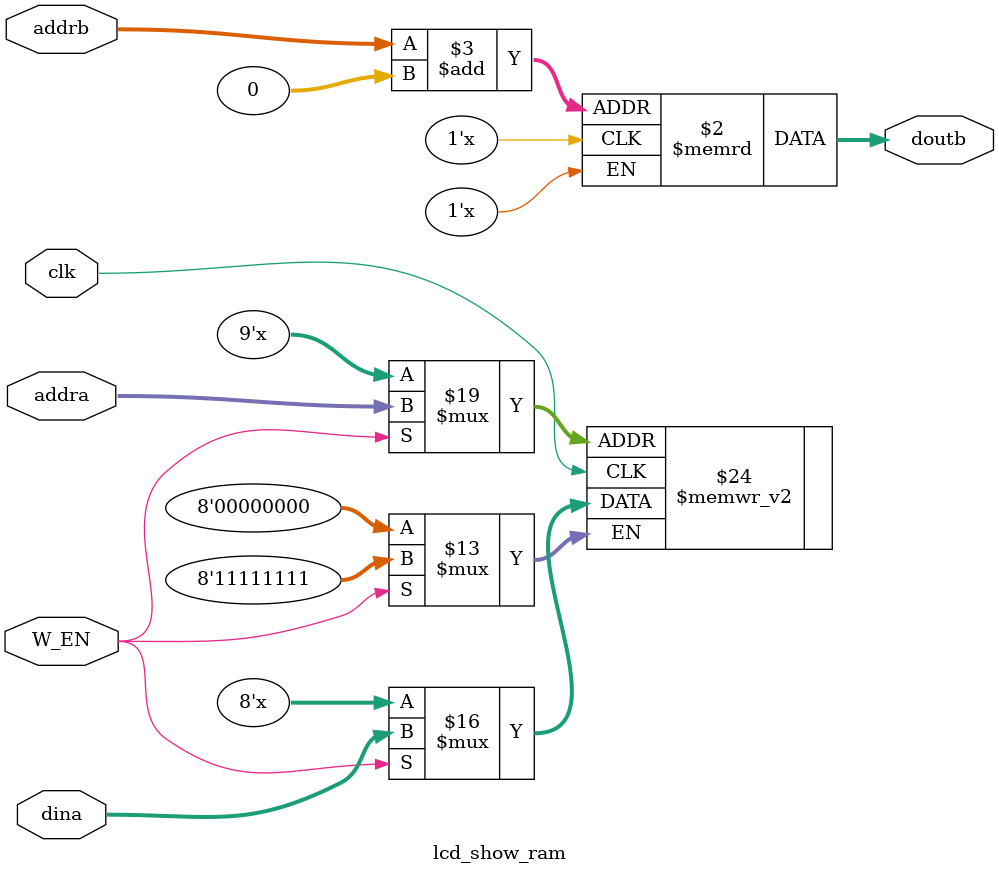
<source format=v>

`timescale 1 ns / 100 ps

module lcd_show_ram #(parameter DATA_WDTH = 4'd8,    //输入数据的位�?
                      parameter COL = 480,           //RAM中数据个�?
                      parameter COL_BITS = 9)
                     (input clk,                     //时钟信号
                      input [COL_BITS-1:0] addra,   //写入数据的地�?
                      input [DATA_WDTH-1:0] dina,    //写入的数�?
                      input W_EN,                    //写有效信�?
                      input [COL_BITS-1:0] addrb,   //输出数据的地�?
                      output [DATA_WDTH-1:0] doutb); //输出的数�?
    
    reg [DATA_WDTH-1:0] mem[0:COL-1];  //定义RAM
    
    assign doutb = mem[addrb+0];
    
    always @(posedge clk) begin
        if (W_EN == 1'b1)							//写有效时候，把dina写入到addra�?
        begin
        mem[addra] <= dina;
        end else;
    end
    
endmodule

</source>
